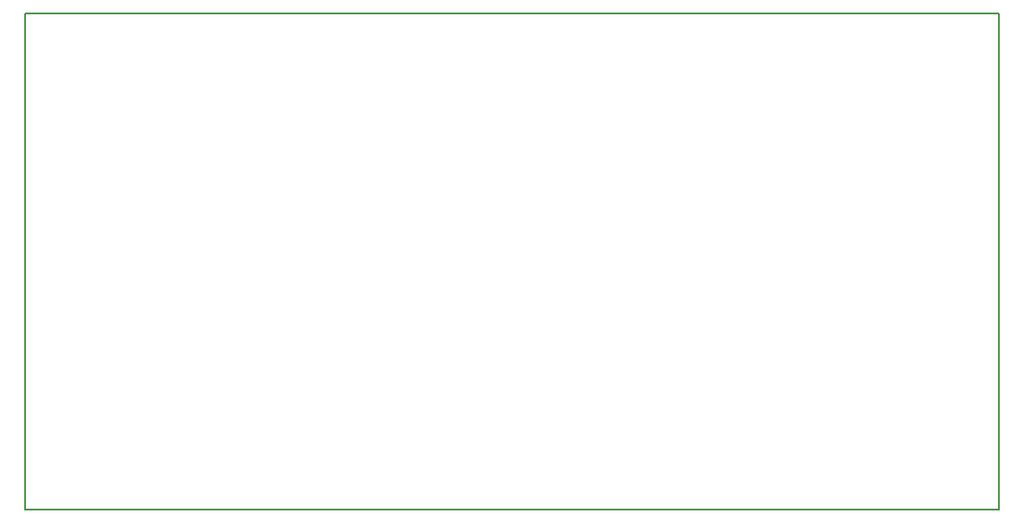
<source format=gbo>
G04 MADE WITH FRITZING*
G04 WWW.FRITZING.ORG*
G04 DOUBLE SIDED*
G04 HOLES PLATED*
G04 CONTOUR ON CENTER OF CONTOUR VECTOR*
%ASAXBY*%
%FSLAX23Y23*%
%MOIN*%
%OFA0B0*%
%SFA1.0B1.0*%
%ADD10R,3.629060X1.853070X3.613060X1.837070*%
%ADD11C,0.008000*%
%LNSILK0*%
G90*
G70*
G54D11*
X4Y1849D02*
X3625Y1849D01*
X3625Y4D01*
X4Y4D01*
X4Y1849D01*
D02*
G04 End of Silk0*
M02*
</source>
